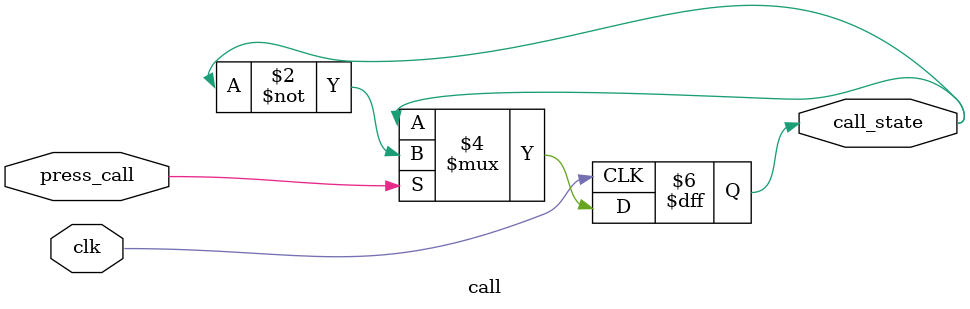
<source format=v>
`timescale 1ns / 1ps


module call(
	input wire clk,
	output reg call_state = 0,
	input wire press_call
    );
	
	always @(posedge clk)
	begin
		if(press_call)
		begin
			call_state <= ~call_state;
		end
	end
	
endmodule

</source>
